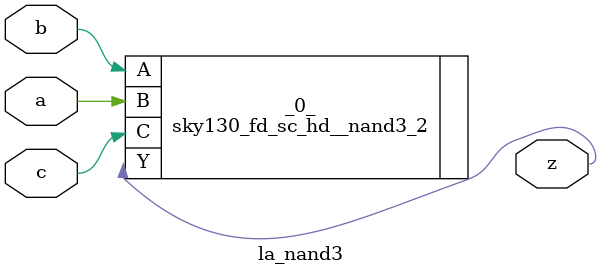
<source format=v>

module la_nand3(a, b, c, z);
  input a;
  input b;
  input c;
  output z;
  sky130_fd_sc_hd__nand3_2 _0_ (
    .A(b),
    .B(a),
    .C(c),
    .Y(z)
  );
endmodule

</source>
